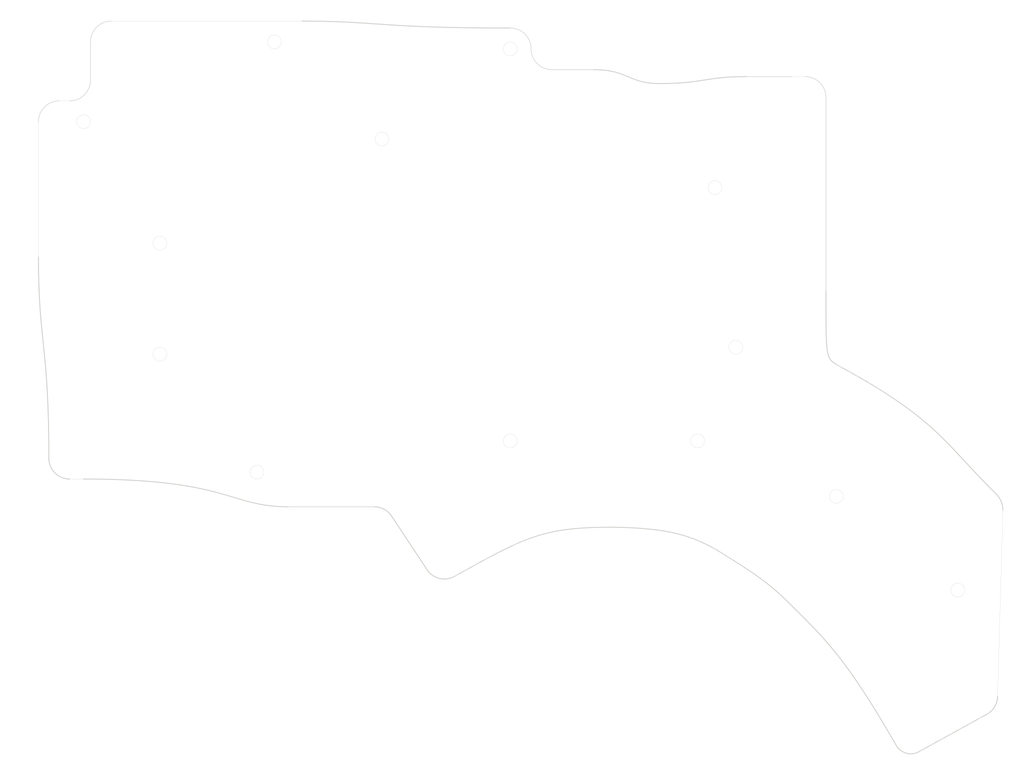
<source format=kicad_pcb>
(kicad_pcb (version 20221018) (generator pcbnew)

  (general
    (thickness 1.6)
  )

  (paper "A3")
  (layers
    (0 "F.Cu" signal)
    (31 "B.Cu" signal)
    (32 "B.Adhes" user "B.Adhesive")
    (33 "F.Adhes" user "F.Adhesive")
    (34 "B.Paste" user)
    (35 "F.Paste" user)
    (36 "B.SilkS" user "B.Silkscreen")
    (37 "F.SilkS" user "F.Silkscreen")
    (38 "B.Mask" user)
    (39 "F.Mask" user)
    (40 "Dwgs.User" user "User.Drawings")
    (41 "Cmts.User" user "User.Comments")
    (42 "Eco1.User" user "User.Eco1")
    (43 "Eco2.User" user "User.Eco2")
    (44 "Edge.Cuts" user)
    (45 "Margin" user)
    (46 "B.CrtYd" user "B.Courtyard")
    (47 "F.CrtYd" user "F.Courtyard")
    (48 "B.Fab" user)
    (49 "F.Fab" user)
    (50 "User.1" user)
    (51 "User.2" user)
    (52 "User.3" user)
    (53 "User.4" user)
    (54 "User.5" user)
    (55 "User.6" user)
    (56 "User.7" user)
    (57 "User.8" user)
    (58 "User.9" user)
  )

  (setup
    (stackup
      (layer "F.SilkS" (type "Top Silk Screen"))
      (layer "F.Paste" (type "Top Solder Paste"))
      (layer "F.Mask" (type "Top Solder Mask") (thickness 0.01))
      (layer "F.Cu" (type "copper") (thickness 0.035))
      (layer "dielectric 1" (type "core") (thickness 1.51) (material "FR4") (epsilon_r 4.5) (loss_tangent 0.02))
      (layer "B.Cu" (type "copper") (thickness 0.035))
      (layer "B.Mask" (type "Bottom Solder Mask") (thickness 0.01))
      (layer "B.Paste" (type "Bottom Solder Paste"))
      (layer "B.SilkS" (type "Bottom Silk Screen"))
      (copper_finish "None")
      (dielectric_constraints no)
    )
    (pad_to_mask_clearance 0)
    (solder_mask_min_width 0.12)
    (aux_axis_origin 105.370385 77.986047)
    (grid_origin 372.070625 76.795377)
    (pcbplotparams
      (layerselection 0x00010fc_ffffffff)
      (plot_on_all_layers_selection 0x0000000_00000000)
      (disableapertmacros false)
      (usegerberextensions true)
      (usegerberattributes false)
      (usegerberadvancedattributes false)
      (creategerberjobfile false)
      (dashed_line_dash_ratio 12.000000)
      (dashed_line_gap_ratio 3.000000)
      (svgprecision 4)
      (plotframeref false)
      (viasonmask false)
      (mode 1)
      (useauxorigin false)
      (hpglpennumber 1)
      (hpglpenspeed 20)
      (hpglpendiameter 15.000000)
      (dxfpolygonmode true)
      (dxfimperialunits true)
      (dxfusepcbnewfont true)
      (psnegative false)
      (psa4output false)
      (plotreference true)
      (plotvalue true)
      (plotinvisibletext false)
      (sketchpadsonfab false)
      (subtractmaskfromsilk true)
      (outputformat 1)
      (mirror false)
      (drillshape 0)
      (scaleselection 1)
      (outputdirectory "gerber-base")
    )
  )

  (net 0 "")

  (gr_rect (start 11.310947 162.520449) (end 19.050016 168.473579)
    (stroke (width 0.1) (type default)) (fill none) (layer "Cmts.User") (tstamp 260b5aa5-dc73-4c55-b7b4-fcdf5ffd02b5))
  (gr_circle locked (center 130.96886 113.10947) (end 133.945425 113.10947)
    (stroke (width 0.15) (type default)) (fill none) (layer "Cmts.User") (tstamp 33e83132-d1fe-4dc3-92ec-0b404a74f5a4))
  (gr_circle locked (center 137.517303 97.036019) (end 140.493868 97.036019)
    (stroke (width 0.15) (type default)) (fill none) (layer "Cmts.User") (tstamp 4856b3eb-da67-426e-bd2c-2474e1828f9f))
  (gr_circle locked (center 76.795377 61.317239) (end 79.771942 61.317239)
    (stroke (width 0.15) (type default)) (fill none) (layer "Cmts.User") (tstamp 669c5481-1db2-49ab-bbef-fa8cd84f9691))
  (gr_circle locked (center 133.94546 69.651641) (end 136.922025 69.651641)
    (stroke (width 0.15) (type default)) (fill none) (layer "Cmts.User") (tstamp 70111be9-9517-43f3-8fac-dc596ccf226e))
  (gr_circle locked (center 175.617335 138.707929) (end 178.5939 138.707929)
    (stroke (width 0.15) (type default)) (fill none) (layer "Cmts.User") (tstamp 8ea2a6c7-f6e6-4ad8-8840-2cddd2de1501))
  (gr_circle locked (center 154.781415 122.634498) (end 157.75798 122.634498)
    (stroke (width 0.15) (type default)) (fill none) (layer "Cmts.User") (tstamp 9604dd74-9b2c-43a2-8fba-439b257e70ed))
  (gr_circle locked (center 55.364109 118.467304) (end 58.340674 118.467304)
    (stroke (width 0.15) (type default)) (fill none) (layer "Cmts.User") (tstamp a139c520-04a0-43fe-afbe-eed848d510a7))
  (gr_circle locked (center 98.821958 113.109473) (end 101.798523 113.109473)
    (stroke (width 0.15) (type default)) (fill none) (layer "Cmts.User") (tstamp a7f2a0cf-b079-4910-a455-94f540c6b3d7))
  (gr_circle locked (center 98.821958 45.839101) (end 101.798523 45.839101)
    (stroke (width 0.15) (type default)) (fill none) (layer "Cmts.User") (tstamp af083658-fea6-476b-98c3-9794ee3796ce))
  (gr_circle locked (center 38.69538 79.176649) (end 41.671945 79.176649)
    (stroke (width 0.15) (type default)) (fill none) (layer "Cmts.User") (tstamp bf72e146-651d-4c36-9cb6-1fa2f2bba63a))
  (gr_circle locked (center 38.69538 98.226665) (end 41.671945 98.226665)
    (stroke (width 0.15) (type default)) (fill none) (layer "Cmts.User") (tstamp c6364f86-ee9c-4c96-81d8-92462b33258b))
  (gr_circle locked (center 58.340674 44.648475) (end 61.317239 44.648475)
    (stroke (width 0.15) (type default)) (fill none) (layer "Cmts.User") (tstamp d1652710-dd6b-4a86-a7a2-f894da027d00))
  (gr_circle locked (center 25.598459 58.340674) (end 25.598459 55.364109)
    (stroke (width 0.15) (type default)) (fill none) (layer "Cmts.User") (tstamp fa09ac77-f42e-4e1f-9bd6-5c936d2f8a83))
  (gr_rect (start 179.189213 37.504719) (end 186.928282 43.457849)
    (stroke (width 0.1) (type default)) (fill none) (layer "Cmts.User") (tstamp fa9bf211-1115-4d44-821b-c4dc5a3ade64))
  (gr_curve locked (pts (xy 149.469013 143.733231) (xy 154.82683 149.091048) (xy 158.398708 153.853552) (xy 164.947151 165.164499))
    (stroke (width 0.16) (type solid)) (layer "Edge.Cuts") (tstamp 06ff750e-5667-4844-9b59-564d1ce76faf))
  (gr_curve locked (pts (xy 19.645329 116.086035) (xy 19.645329 96.440706) (xy 17.85939 96.440706) (xy 17.85939 81.557881))
    (stroke (width 0.16) (type solid)) (layer "Edge.Cuts") (tstamp 0703ac12-8606-43f1-85f4-5b8f756f3b21))
  (gr_arc locked (start 23.217207 119.657865) (mid 20.691497 118.611731) (end 19.645329 116.086035)
    (stroke (width 0.16) (type solid)) (layer "Edge.Cuts") (tstamp 0a6f5531-3bf8-4538-9138-0563f19c97ce))
  (gr_line locked (start 23.217207 119.657865) (end 25.598459 119.657913)
    (stroke (width 0.0381) (type default)) (layer "Edge.Cuts") (tstamp 1071d3d2-085d-44bb-922f-8ba7b9e2a16f))
  (gr_arc locked (start 17.85939 58.340674) (mid 18.905567 55.814973) (end 21.431268 54.768796)
    (stroke (width 0.1) (type default)) (layer "Edge.Cuts") (tstamp 1077c91f-c9dc-41b5-ab31-5b45eca42407))
  (gr_arc locked (start 26.789085 44.648475) (mid 27.835261 42.122773) (end 30.360963 41.076597)
    (stroke (width 0.1) (type default)) (layer "Edge.Cuts") (tstamp 16f89aba-21b3-4473-834b-361a5ad80686))
  (gr_circle locked (center 38.695345 98.226645) (end 39.885971 98.226645)
    (stroke (width 0.0381) (type default)) (fill none) (layer "Edge.Cuts") (tstamp 184b996d-62a1-4d89-b160-b76cd8f64f7a))
  (gr_circle locked (center 98.821958 113.10947) (end 100.012584 113.10947)
    (stroke (width 0.0381) (type default)) (fill none) (layer "Edge.Cuts") (tstamp 24e9d4ac-06f5-4c2b-8bf1-749f752e7742))
  (gr_line locked (start 26.789085 51.196918) (end 26.789085 44.648475)
    (stroke (width 0.1) (type default)) (layer "Edge.Cuts") (tstamp 29fb0657-5e45-423f-a8f2-f0ac70d22666))
  (gr_curve locked (pts (xy 124.420417 51.792231) (xy 132.159486 51.792231) (xy 132.159486 50.601605) (xy 139.303242 50.601605))
    (stroke (width 0.16) (type solid)) (layer "Edge.Cuts") (tstamp 2c8f1067-1690-48a8-8edb-1c791e91eeed))
  (gr_circle locked (center 76.795377 61.317239) (end 77.986003 61.317239)
    (stroke (width 0.0381) (type default)) (fill none) (layer "Edge.Cuts") (tstamp 2eff0db5-8d90-449a-96c1-8b0bd869d26f))
  (gr_line locked (start 17.85939 58.340674) (end 17.85939 81.557881)
    (stroke (width 0.0381) (type default)) (layer "Edge.Cuts") (tstamp 32da658f-8bf1-431c-844c-75e42415ed01))
  (gr_curve locked (pts (xy 152.995441 87.511011) (xy 152.995441 98.821958) (xy 152.995441 98.821958) (xy 154.78138 100.012584))
    (stroke (width 0.16) (type solid)) (layer "Edge.Cuts") (tstamp 339e9703-c4dc-4dcc-b521-c4b89bd4a6c1))
  (gr_arc locked (start 98.821958 42.267223) (mid 101.347658 43.313392) (end 102.393836 45.839101)
    (stroke (width 0.1) (type default)) (layer "Edge.Cuts") (tstamp 3ebb9bdd-55c9-44ef-9892-7797b92665a7))
  (gr_line locked (start 139.303242 50.601605) (end 147.042311 50.601605)
    (stroke (width 0.1) (type default)) (layer "Edge.Cuts") (tstamp 4d16e1c5-83df-47f3-96e6-701742adf5a9))
  (gr_line locked (start 78.581316 126.206356) (end 84.417666 135.019586)
    (stroke (width 0.16) (type solid)) (layer "Edge.Cuts") (tstamp 56db424f-88a2-45e5-8282-c27191c30576))
  (gr_curve locked (pts (xy 124.420417 51.792231) (xy 119.0626 51.792231) (xy 119.0626 49.410979) (xy 113.10947 49.410979))
    (stroke (width 0.16) (type solid)) (layer "Edge.Cuts") (tstamp 5849b988-5a19-4dbe-9b2d-ca48ae8a3c97))
  (gr_line locked (start 169.068892 166.376938) (end 180.379839 160.139197)
    (stroke (width 0.16) (type solid)) (layer "Edge.Cuts") (tstamp 5f3f9d83-56a7-461d-a2e5-64c80d28977a))
  (gr_line (start 63.103178 41.076597) (end 30.360963 41.076597)
    (stroke (width 0.0381) (type default)) (layer "Edge.Cuts") (tstamp 61c6501b-cf31-4c56-a92b-a9bd62a7e91c))
  (gr_circle locked (center 133.945425 69.651621) (end 135.136051 69.651621)
    (stroke (width 0.0381) (type default)) (fill none) (layer "Edge.Cuts") (tstamp 6785a893-4e00-4ca9-b9ef-fead9a7b6a00))
  (gr_line locked (start 75.487943 124.420403) (end 60.721926 124.420417)
    (stroke (width 0.1) (type default)) (layer "Edge.Cuts") (tstamp 6edae03f-8cfd-47d4-8e69-a94cb732a88b))
  (gr_line locked (start 105.965714 49.410979) (end 113.10947 49.410979)
    (stroke (width 0.1) (type default)) (layer "Edge.Cuts") (tstamp 72aad878-e580-4272-bef4-8395fc7520bb))
  (gr_curve locked (pts (xy 116.132283 127.928273) (xy 104.226023 127.928273) (xy 101.249458 129.714212) (xy 89.29695 136.326677))
    (stroke (width 0.16) (type solid)) (layer "Edge.Cuts") (tstamp 84642113-7e36-4687-baa3-3a0812ec16a1))
  (gr_arc locked (start 149.423563 50.601605) (mid 151.949261 51.647787) (end 152.995441 54.173483)
    (stroke (width 0.1) (type default)) (layer "Edge.Cuts") (tstamp 86bcb3b3-13d3-488e-8a87-d1cf067d9e60))
  (gr_circle locked (center 25.598459 58.340674) (end 26.789085 58.340674)
    (stroke (width 0.0381) (type default)) (fill none) (layer "Edge.Cuts") (tstamp 89ae8b39-ecbb-4319-8690-c5d84d16453b))
  (gr_circle locked (center 175.617335 138.707929) (end 176.807961 138.707929)
    (stroke (width 0.0381) (type default)) (fill none) (layer "Edge.Cuts") (tstamp 91827d99-f035-472b-9c02-a7d5de80ed86))
  (gr_arc locked (start 89.29695 136.326677) (mid 86.586607 136.683644) (end 84.417666 135.019586)
    (stroke (width 0.16) (type solid)) (layer "Edge.Cuts") (tstamp 959e508a-d7be-46a5-8e7d-9f73d6b5c2f5))
  (gr_curve locked (pts (xy 25.598459 119.657913) (xy 50.601605 119.657913) (xy 50.601605 124.420417) (xy 60.721926 124.420417))
    (stroke (width 0.16) (type solid)) (layer "Edge.Cuts") (tstamp 973f4cf2-80f3-4151-8fc2-4cabc655c47a))
  (gr_circle locked (center 58.340674 44.648475) (end 59.5313 44.648475)
    (stroke (width 0.0381) (type default)) (fill none) (layer "Edge.Cuts") (tstamp 9f2f0906-5669-40bf-8525-677a33edd0c0))
  (gr_line locked (start 147.042311 50.601605) (end 149.423563 50.601605)
    (stroke (width 0.0381) (type default)) (layer "Edge.Cuts") (tstamp a0053f2d-79b2-47f8-b08e-1678ff049c74))
  (gr_arc locked (start 182.251803 122.27575) (mid 183.069862 123.538602) (end 183.356404 125.01573)
    (stroke (width 0.16) (type solid)) (layer "Edge.Cuts") (tstamp b237ed80-545e-47c6-9d9d-0e11db753a44))
  (gr_line locked (start 182.445562 156.9004) (end 183.356404 125.01573)
    (stroke (width 0.0381) (type default)) (layer "Edge.Cuts") (tstamp b9966d19-118d-407b-9825-575704ee45a6))
  (gr_circle locked (center 137.517303 97.036019) (end 138.707929 97.036019)
    (stroke (width 0.0381) (type default)) (fill none) (layer "Edge.Cuts") (tstamp bd61dc75-3f06-423f-9741-83064b5af73c))
  (gr_curve locked (pts (xy 135.731364 132.754799) (xy 143.470433 137.517303) (xy 144.706509 138.970727) (xy 149.469013 143.733231))
    (stroke (width 0.16) (type solid)) (layer "Edge.Cuts") (tstamp c97ba2af-8544-4cf9-9878-39c2059da9f0))
  (gr_curve locked (pts (xy 116.132283 127.928273) (xy 126.801669 127.992295) (xy 131.015108 129.714212) (xy 135.731364 132.754799))
    (stroke (width 0.16) (type solid)) (layer "Edge.Cuts") (tstamp ce9040dd-b91c-41d9-83ed-cf018cbce10b))
  (gr_line locked (start 21.431268 54.768796) (end 23.217207 54.768796)
    (stroke (width 0.0381) (type default)) (layer "Edge.Cuts") (tstamp cee30a1d-9d8d-4e46-a297-3fd3ac2f5d0a))
  (gr_arc locked (start 75.487943 124.420403) (mid 77.273898 124.898953) (end 78.581316 126.206356)
    (stroke (width 0.16) (type solid)) (layer "Edge.Cuts") (tstamp d23edb15-8838-4e87-952a-24a99e4ee310))
  (gr_circle locked (center 130.96886 113.10947) (end 132.159486 113.10947)
    (stroke (width 0.0381) (type default)) (fill none) (layer "Edge.Cuts") (tstamp d9339137-1266-4921-8a06-27971bb78ce9))
  (gr_arc locked (start 105.965714 49.410979) (mid 103.439989 48.364826) (end 102.393836 45.839101)
    (stroke (width 0.1) (type default)) (layer "Edge.Cuts") (tstamp daa733ba-e349-465d-9331-66561ad1c7fd))
  (gr_arc locked (start 182.445562 156.9004) (mid 181.885172 158.821143) (end 180.379839 160.139197)
    (stroke (width 0.16) (type solid)) (layer "Edge.Cuts") (tstamp db5b2b79-4459-4f44-88f8-4775daff2fdf))
  (gr_circle locked (center 55.364109 118.467287) (end 56.554735 118.467287)
    (stroke (width 0.0381) (type default)) (fill none) (layer "Edge.Cuts") (tstamp db9954a5-6845-4c7d-a512-2aedebf335a7))
  (gr_arc locked (start 169.068892 166.376938) (mid 166.738293 166.687671) (end 164.947151 165.164499)
    (stroke (width 0.16) (type solid)) (layer "Edge.Cuts") (tstamp e9ac3e48-8626-4aaa-94e7-0ace0879ac74))
  (gr_curve (pts (xy 98.821958 42.267223) (xy 76.200064 42.267223) (xy 76.200064 41.076597) (xy 63.103178 41.076597))
    (stroke (width 0.16) (type solid)) (layer "Edge.Cuts") (tstamp ebcdd4b7-f01b-41d7-b7da-816810bf8d0e))
  (gr_curve locked (pts (xy 154.78138 100.012584) (xy 172.147371 109.361328) (xy 173.337997 113.528519) (xy 182.251803 122.27575))
    (stroke (width 0.16) (type solid)) (layer "Edge.Cuts") (tstamp ebe60689-a6a3-4787-bf3c-df8fcdc03dcd))
  (gr_circle locked (center 38.695345 79.176629) (end 39.885971 79.176629)
    (stroke (width 0.0381) (type default)) (fill none) (layer "Edge.Cuts") (tstamp ef5bca52-682e-439e-8eb5-1bf4cc654521))
  (gr_circle locked (center 154.78138 122.634478) (end 155.972006 122.634478)
    (stroke (width 0.0381) (type default)) (fill none) (layer "Edge.Cuts") (tstamp f408ebb4-f7a6-421a-b4ef-9f67f7e1c4d9))
  (gr_arc locked (start 26.789085 51.196918) (mid 25.742908 53.722619) (end 23.217207 54.768796)
    (stroke (width 0.1) (type default)) (layer "Edge.Cuts") (tstamp f449c42b-f69f-414d-baac-d29b10c7e05c))
  (gr_line locked (start 152.995441 87.511011) (end 152.995441 54.173483)
    (stroke (width 0.1) (type default)) (layer "Edge.Cuts") (tstamp fd487daf-333c-413e-86cd-bd861adcb89c))
  (gr_circle locked (center 98.821958 45.839101) (end 100.012584 45.839101)
    (stroke (width 0.0381) (type default)) (fill none) (layer "Edge.Cuts") (tstamp fee362ca-befd-40b9-a808-640308d1c430))
  (gr_rect (start 179.189213 37.504719) (end 186.928282 43.457849)
    (stroke (width 0.1) (type default)) (fill none) (layer "User.1") (tstamp d283bd94-edf0-423f-82c0-a82262040b18))
  (gr_rect (start 11.310947 162.520449) (end 19.050016 168.473579)
    (stroke (width 0.1) (type default)) (fill none) (layer "User.1") (tstamp db961c5a-c4f2-48cc-ad96-4bc6377afd34))
  (gr_rect (start 11.310947 162.520449) (end 19.050016 168.473579)
    (stroke (width 0.1) (type default)) (fill none) (layer "User.2") (tstamp 874d11ca-cd15-4912-9ef1-fb9ea654c548))
  (gr_rect (start 179.189213 37.504719) (end 186.928282 43.457849)
    (stroke (width 0.1) (type default)) (fill none) (layer "User.2") (tstamp ab4a79a4-b182-42e3-9aca-1a391588bf1e))
  (gr_rect (start 11.310947 162.520449) (end 19.050016 168.473579)
    (stroke (width 0.1) (type default)) (fill none) (layer "User.3") (tstamp 3130f950-5878-48a8-8252-a0cb789fb1e0))
  (gr_rect (start 179.189213 37.504719) (end 186.928282 43.457849)
    (stroke (width 0.1) (type default)) (fill none) (layer "User.3") (tstamp fc53b081-e14f-42ef-8fdc-c9c41f77d743))
  (gr_rect (start 11.310947 162.520449) (end 19.050016 168.473579)
    (stroke (width 0.1) (type default)) (fill none) (layer "User.4") (tstamp 3e13a400-95b6-44d6-89d1-3060b593b65f))
  (gr_rect (start 179.189213 37.504719) (end 186.928282 43.457849)
    (stroke (width 0.1) (type default)) (fill none) (layer "User.4") (tstamp 8527d856-f740-4903-ba82-83c20906cdd9))
  (gr_rect (start 179.189213 37.504719) (end 186.928282 43.457849)
    (stroke (width 0.1) (type default)) (fill none) (layer "User.5") (tstamp 98f20912-bb74-43bb-8211-8fb78fa948b7))
  (gr_rect (start 11.310947 162.520449) (end 19.050016 168.473579)
    (stroke (width 0.1) (type default)) (fill none) (layer "User.5") (tstamp b68e73d5-7b39-4096-909a-679949062be7))
  (gr_rect (start 179.189213 37.504719) (end 186.928282 43.457849)
    (stroke (width 0.1) (type default)) (fill none) (layer "User.6") (tstamp c2bfe924-f219-469e-8483-1719df99dbf3))
  (gr_rect (start 11.310947 162.520449) (end 19.050016 168.473579)
    (stroke (width 0.1) (type default)) (fill none) (layer "User.6") (tstamp d917f945-c1eb-4383-a724-7ed824851391))
  (gr_rect (start 11.310947 162.520449) (end 19.050016 168.473579)
    (stroke (width 0.1) (type default)) (fill none) (layer "User.7") (tstamp b287be43-018d-411b-a74a-7e583affdbe8))
  (gr_rect (start 179.189213 37.504719) (end 186.928282 43.457849)
    (stroke (width 0.1) (type default)) (fill none) (layer "User.7") (tstamp c0525382-6b15-4a4e-8fcb-6b9f03959afc))
  (gr_rect (start 179.189213 37.504719) (end 186.928282 43.457849)
    (stroke (width 0.1) (type default)) (fill none) (layer "User.8") (tstamp 83042a5c-aa6c-4413-911a-8b69a9204a4f))
  (gr_rect (start 11.310947 162.520449) (end 19.050016 168.473579)
    (stroke (width 0.1) (type default)) (fill none) (layer "User.8") (tstamp a300ba46-c474-48f2-9da3-44190ec67393))
  (gr_rect (start 179.189213 37.504719) (end 186.928282 43.457849)
    (stroke (width 0.1) (type default)) (fill none) (layer "User.9") (tstamp cbbfaec2-80e1-4d81-9d7e-5272f23833e0))
  (gr_rect (start 11.310947 162.520449) (end 19.050016 168.473579)
    (stroke (width 0.1) (type default)) (fill none) (layer "User.9") (tstamp d30f74c2-972d-44f5-a42f-efef4ca06556))

)

</source>
